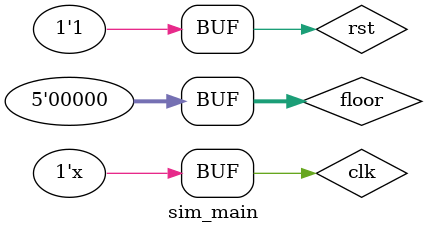
<source format=v>
`timescale 1ns / 1ps


module sim_main(

    );
    
    
    reg clk;
    reg rst;
    reg [4:0] floor;
    wire[4:0] led;
    wire[7:0] se;
    wire[6:0] lednum;
    main m(.clk(clk),.rst(rst),.floor(floor),.led(led),.se(se),.lednum(lednum));
    //key_vibration k(.mclk(clk),.rst_n(rst),.key(floor),.key_en(led));
    initial
    begin
    clk=0;
    rst=1;
    floor=0;
    
    floor=5'b01000;
    #100
    floor=0;
    
    end
    
    always
    begin
    #1
    clk=~clk;
    end
    
endmodule

</source>
